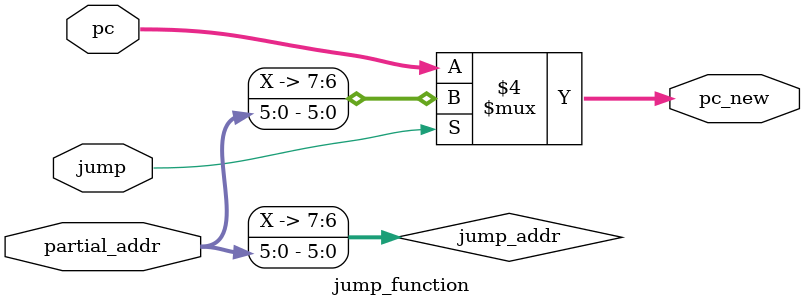
<source format=v>
`timescale 1ns / 1ps
module jump_function(
    input [7:0] pc,
    input jump,
    input [5:0] partial_addr,
	 output [7:0] pc_new
    );
	 
	 reg [7:0] pc_four, jump_addr;
	 
	 always @(*)
	 begin
		pc_four <= pc + 4;
		jump_addr <= {{pc_four[7:6]}, partial_addr[5:0]};
	 end

	 assign pc_new = (jump == 1)?jump_addr:pc;


endmodule

</source>
